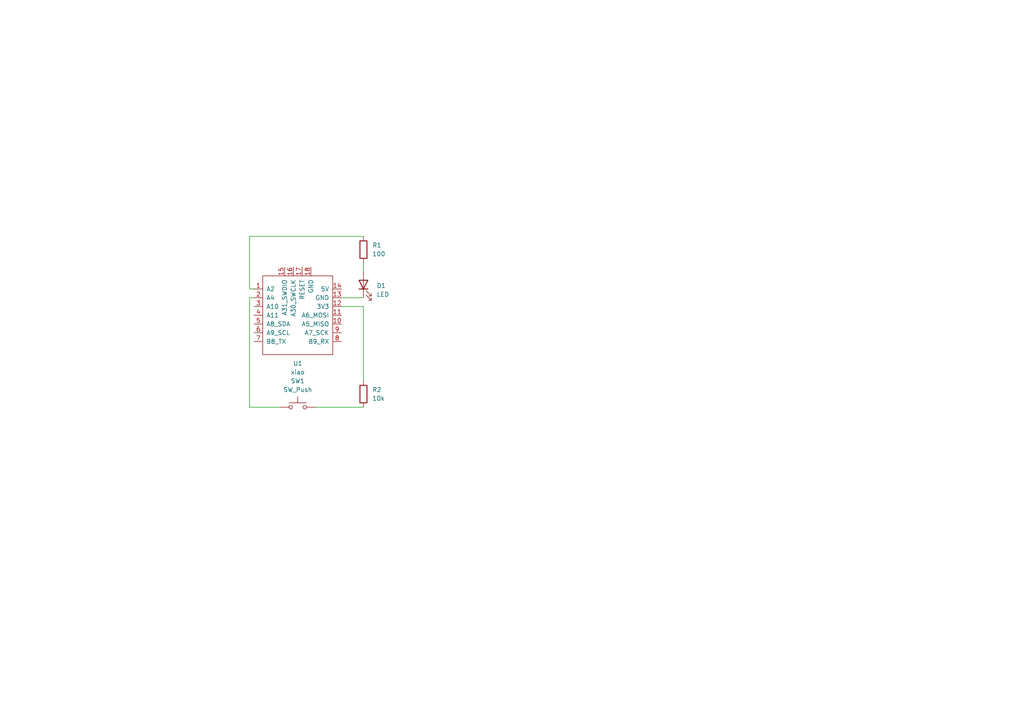
<source format=kicad_sch>
(kicad_sch (version 20250114) (generator "eeschema") (generator_version "9.0")
  (paper "A4")
  (lib_symbols
    (symbol "Device:LED" (pin_numbers (hide yes)) (pin_names (offset 1.016) (hide yes))
      (property "Reference" "D" (at 0 2.54 0))
      (property "Value" "LED" (at 0 -2.54 0))
      (symbol "LED_0_1"
        (polyline (pts (xy -3.048 -0.762) (xy -4.572 -2.286) (xy -3.81 -2.286) (xy -4.572 -2.286) (xy -4.572 -1.524)))
        (polyline (pts (xy -1.778 -0.762) (xy -3.302 -2.286) (xy -2.54 -2.286) (xy -3.302 -2.286) (xy -3.302 -1.524)))
        (polyline (pts (xy -1.27 0) (xy 1.27 0)))
        (polyline (pts (xy -1.27 -1.27) (xy -1.27 1.27)) (stroke (width 0.254)))
        (polyline (pts (xy 1.27 -1.27) (xy 1.27 1.27) (xy -1.27 0) (xy 1.27 -1.27)) (stroke (width 0.254)))
      )
      (symbol "LED_1_1"
        (pin passive line (at -3.81 0 0) (length 2.54) (name "K") (number "1"))
        (pin passive line (at 3.81 0 180) (length 2.54) (name "A") (number "2"))
      )
    )
    (symbol "Device:R" (pin_numbers (hide yes)) (pin_names (offset 0))
      (property "Reference" "R" (at 2.032 0 90))
      (property "Value" "R" (at 0 0 90))
      (symbol "R_0_1"
        (rectangle (start -1.016 -2.54) (end 1.016 2.54) (stroke (width 0.254)))
      )
      (symbol "R_1_1"
        (pin passive line (at 0 3.81 270) (length 1.27) (name "~") (number "1"))
        (pin passive line (at 0 -3.81 90) (length 1.27) (name "~") (number "2"))
      )
    )
    (symbol "Switch:SW_Push" (pin_numbers (hide yes)) (pin_names (offset 1.016) (hide yes))
      (property "Reference" "SW" (at 1.27 2.54 0))
      (property "Value" "SW_Push" (at 0 -1.524 0))
      (symbol "SW_Push_0_1"
        (circle (center -2.032 0) (radius 0.508))
        (polyline (pts (xy 0 1.27) (xy 0 3.048)))
        (circle (center 2.032 0) (radius 0.508))
        (polyline (pts (xy 2.54 1.27) (xy -2.54 1.27)))
        (pin passive line (at -5.08 0 0) (length 2.54) (name "1") (number "1"))
        (pin passive line (at 5.08 0 180) (length 2.54) (name "2") (number "2"))
      )
    )
    (symbol "xiao:xiao" (pin_names (offset 1.016))
      (property "Reference" "U" (at -10.16 15.24 0))
      (property "Value" "xiao" (at -8.89 12.7 0))
      (symbol "xiao_0_1"
        (rectangle (start -10.16 11.43) (end 10.16 -11.43))
      )
      (symbol "xiao_1_1"
        (pin bidirectional line (at -12.7 7.62 0) (length 2.54) (name "A2") (number "1"))
        (pin bidirectional line (at -12.7 5.08 0) (length 2.54) (name "A4") (number "2"))
        (pin bidirectional line (at -12.7 2.54 0) (length 2.54) (name "A10") (number "3"))
        (pin bidirectional line (at -12.7 0 0) (length 2.54) (name "A11") (number "4"))
        (pin bidirectional line (at -12.7 -2.54 0) (length 2.54) (name "A8_SDA") (number "5"))
        (pin bidirectional line (at -12.7 -5.08 0) (length 2.54) (name "A9_SCL") (number "6"))
        (pin bidirectional line (at -12.7 -7.62 0) (length 2.54) (name "B8_TX") (number "7"))
        (pin input line (at -3.81 13.97 270) (length 2.54) (name "A31_SWDIO") (number "15"))
        (pin input line (at -1.27 13.97 270) (length 2.54) (name "A30_SWCLK") (number "16"))
        (pin input line (at 1.27 13.97 270) (length 2.54) (name "RESET") (number "17"))
        (pin power_out line (at 3.81 13.97 270) (length 2.54) (name "GND") (number "18"))
        (pin power_out line (at 12.7 7.62 180) (length 2.54) (name "5V") (number "14"))
        (pin power_out line (at 12.7 5.08 180) (length 2.54) (name "GND") (number "13"))
        (pin power_out line (at 12.7 2.54 180) (length 2.54) (name "3V3") (number "12"))
        (pin bidirectional line (at 12.7 0 180) (length 2.54) (name "A6_MOSI") (number "11"))
        (pin bidirectional line (at 12.7 -2.54 180) (length 2.54) (name "A5_MISO") (number "10"))
        (pin bidirectional line (at 12.7 -5.08 180) (length 2.54) (name "A7_SCK") (number "9"))
        (pin bidirectional line (at 12.7 -7.62 180) (length 2.54) (name "B9_RX") (number "8"))
      )
    )
  )
  (wire (pts (xy 72.39 83.82) (xy 73.66 83.82)))
  (wire (pts (xy 105.41 110.49) (xy 105.41 88.9)))
  (wire (pts (xy 72.39 86.36) (xy 73.66 86.36)))
  (wire (pts (xy 72.39 68.58) (xy 72.39 83.82)))
  (wire (pts (xy 105.41 88.9) (xy 99.06 88.9)))
  (wire (pts (xy 72.39 118.11) (xy 72.39 86.36)))
  (wire (pts (xy 105.41 68.58) (xy 72.39 68.58)))
  (wire (pts (xy 105.41 76.2) (xy 105.41 78.74)))
  (wire (pts (xy 81.28 118.11) (xy 72.39 118.11)))
  (wire (pts (xy 91.44 118.11) (xy 105.41 118.11)))
  (wire (pts (xy 99.06 86.36) (xy 105.41 86.36)))
  (symbol (lib_id "Switch:SW_Push") (at 86.36 118.11 0) (unit 1)
    (property "Reference" "SW1" (at 86.36 110.49 0))
    (property "Value" "SW_Push" (at 86.36 113.03 0))
    (property "Footprint" "Button_Switch_SMD:SW_SPST_TL3342" (effects (hide yes)))
    (property "Description" "Push button switch, generic, two pins" (effects (hide yes)))
  )
  (symbol (lib_id "xiao:xiao") (at 86.36 91.44 0) (unit 1)
    (property "Reference" "U1" (at 86.36 105.41 0))
    (property "Value" "xiao" (at 86.36 107.95 0))
    (property "Footprint" "RF_Module:MCU_Seeed_ESP32C3" (effects (hide yes)))
  )
  (symbol (lib_id "Device:R") (at 105.41 114.3 0) (unit 1)
    (property "Reference" "R2" (at 107.95 113.0299 0) (effects (justify left)))
    (property "Value" "10k" (at 107.95 115.5699 0) (effects (justify left)))
    (property "Footprint" "Resistor_SMD:R_1206_3216Metric" (effects (hide yes)))
    (property "Description" "Resistor" (effects (hide yes)))
  )
  (symbol (lib_id "Device:R") (at 105.41 72.39 0) (unit 1)
    (property "Reference" "R1" (at 107.95 71.1199 0) (effects (justify left)))
    (property "Value" "100" (at 107.95 73.6599 0) (effects (justify left)))
    (property "Footprint" "Resistor_SMD:R_1206_3216Metric" (effects (hide yes)))
    (property "Description" "Resistor" (effects (hide yes)))
  )
  (symbol (lib_id "Device:LED") (at 105.41 82.55 90) (unit 1)
    (property "Reference" "D1" (at 109.22 82.8674 90) (effects (justify right)))
    (property "Value" "LED" (at 109.22 85.4074 90) (effects (justify right)))
    (property "Footprint" "LED_SMD:LED_1206_3216Metric" (effects (hide yes)))
    (property "Description" "Light emitting diode" (effects (hide yes)))
    (property "Sim.Pins" "1=K 2=A" (effects (hide yes)))
  )
)
</source>
